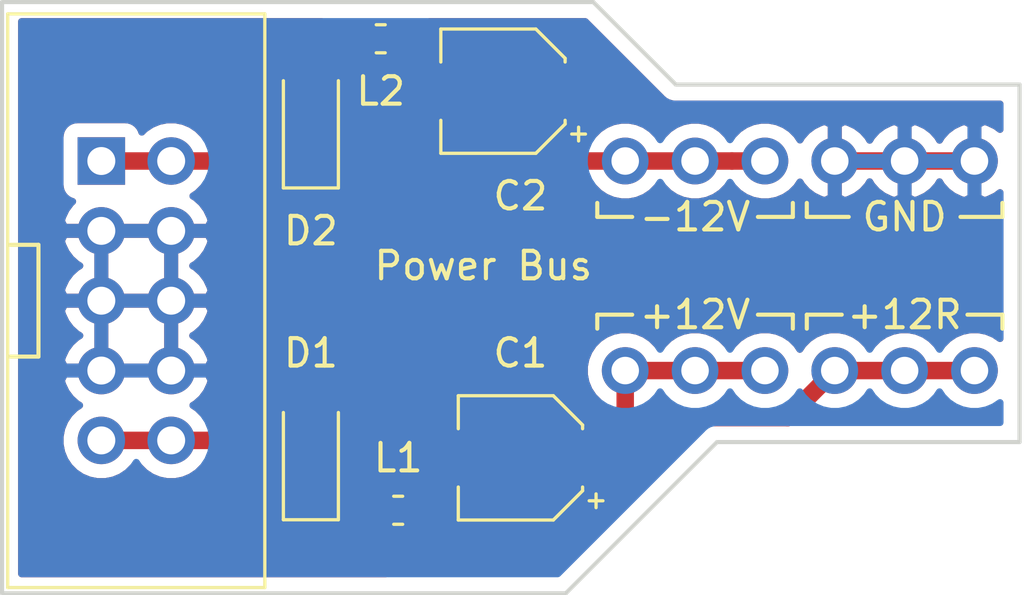
<source format=kicad_pcb>
(kicad_pcb (version 20171130) (host pcbnew "(5.1.9-0-10_14)")

  (general
    (thickness 1.6)
    (drawings 32)
    (tracks 31)
    (zones 0)
    (modules 9)
    (nets 8)
  )

  (page A4)
  (layers
    (0 F.Cu signal)
    (31 B.Cu signal)
    (32 B.Adhes user)
    (33 F.Adhes user)
    (34 B.Paste user)
    (35 F.Paste user)
    (36 B.SilkS user)
    (37 F.SilkS user)
    (38 B.Mask user)
    (39 F.Mask user)
    (40 Dwgs.User user)
    (41 Cmts.User user)
    (42 Eco1.User user)
    (43 Eco2.User user)
    (44 Edge.Cuts user)
    (45 Margin user)
    (46 B.CrtYd user hide)
    (47 F.CrtYd user hide)
    (48 B.Fab user hide)
    (49 F.Fab user hide)
  )

  (setup
    (last_trace_width 0.1524)
    (user_trace_width 0.1524)
    (user_trace_width 0.254)
    (user_trace_width 0.4064)
    (user_trace_width 0.635)
    (trace_clearance 0.1524)
    (zone_clearance 0.508)
    (zone_45_only no)
    (trace_min 0.1524)
    (via_size 0.6858)
    (via_drill 0.3048)
    (via_min_size 0.6858)
    (via_min_drill 0.3048)
    (uvia_size 0.3048)
    (uvia_drill 0.1524)
    (uvias_allowed no)
    (uvia_min_size 0.2)
    (uvia_min_drill 0.1)
    (edge_width 0.15)
    (segment_width 0.15)
    (pcb_text_width 0.3)
    (pcb_text_size 1.5 1.5)
    (mod_edge_width 0.15)
    (mod_text_size 1 1)
    (mod_text_width 0.15)
    (pad_size 1.7 1.7)
    (pad_drill 1)
    (pad_to_mask_clearance 0.2)
    (aux_axis_origin 0 0)
    (visible_elements FFFFFF7F)
    (pcbplotparams
      (layerselection 0x010fc_ffffffff)
      (usegerberextensions false)
      (usegerberattributes false)
      (usegerberadvancedattributes false)
      (creategerberjobfile false)
      (excludeedgelayer true)
      (linewidth 0.100000)
      (plotframeref false)
      (viasonmask false)
      (mode 1)
      (useauxorigin false)
      (hpglpennumber 1)
      (hpglpenspeed 20)
      (hpglpendiameter 15.000000)
      (psnegative false)
      (psa4output false)
      (plotreference true)
      (plotvalue true)
      (plotinvisibletext false)
      (padsonsilk false)
      (subtractmaskfromsilk false)
      (outputformat 1)
      (mirror false)
      (drillshape 1)
      (scaleselection 1)
      (outputdirectory ""))
  )

  (net 0 "")
  (net 1 +12V)
  (net 2 GND)
  (net 3 -12V)
  (net 4 +12R)
  (net 5 +12E)
  (net 6 "Net-(D2-Pad2)")
  (net 7 -12E)

  (net_class Default "This is the default net class."
    (clearance 0.1524)
    (trace_width 0.1524)
    (via_dia 0.6858)
    (via_drill 0.3048)
    (uvia_dia 0.3048)
    (uvia_drill 0.1524)
    (diff_pair_width 0.1524)
    (diff_pair_gap 0.1524)
    (add_net +12E)
    (add_net +12R)
    (add_net +12V)
    (add_net -12E)
    (add_net -12V)
    (add_net GND)
    (add_net "Net-(D2-Pad2)")
  )

  (module Connector_PinHeader_2.54mm:PinHeader_1x06_P2.54mm_Vertical (layer B.Cu) (tedit 5FE0E985) (tstamp 5FE0E9E4)
    (at 137.16 88.9 270)
    (descr "Through hole straight pin header, 1x06, 2.54mm pitch, single row")
    (tags "Through hole pin header THT 1x06 2.54mm single row")
    (path /5FD0BDC6)
    (fp_text reference J2 (at 0 2.33 270) (layer B.SilkS) hide
      (effects (font (size 1 1) (thickness 0.15)) (justify mirror))
    )
    (fp_text value POWER1 (at 0 -15.03 270) (layer B.Fab)
      (effects (font (size 1 1) (thickness 0.15)) (justify mirror))
    )
    (fp_line (start 1.8 1.8) (end -1.8 1.8) (layer B.CrtYd) (width 0.05))
    (fp_line (start 1.8 -14.5) (end 1.8 1.8) (layer B.CrtYd) (width 0.05))
    (fp_line (start -1.8 -14.5) (end 1.8 -14.5) (layer B.CrtYd) (width 0.05))
    (fp_line (start -1.8 1.8) (end -1.8 -14.5) (layer B.CrtYd) (width 0.05))
    (fp_line (start -1.27 0.635) (end -0.635 1.27) (layer B.Fab) (width 0.1))
    (fp_line (start -1.27 -13.97) (end -1.27 0.635) (layer B.Fab) (width 0.1))
    (fp_line (start 1.27 -13.97) (end -1.27 -13.97) (layer B.Fab) (width 0.1))
    (fp_line (start 1.27 1.27) (end 1.27 -13.97) (layer B.Fab) (width 0.1))
    (fp_line (start -0.635 1.27) (end 1.27 1.27) (layer B.Fab) (width 0.1))
    (fp_text user %R (at 0 -6.35 180) (layer B.Fab)
      (effects (font (size 1 1) (thickness 0.15)) (justify mirror))
    )
    (pad 1 thru_hole oval (at 0 0 270) (size 1.7 1.7) (drill 1) (layers *.Cu *.Mask)
      (net 1 +12V))
    (pad 2 thru_hole oval (at 0 -2.54 270) (size 1.7 1.7) (drill 1) (layers *.Cu *.Mask)
      (net 1 +12V))
    (pad 3 thru_hole oval (at 0 -5.08 270) (size 1.7 1.7) (drill 1) (layers *.Cu *.Mask)
      (net 1 +12V))
    (pad 4 thru_hole oval (at 0 -7.62 270) (size 1.7 1.7) (drill 1) (layers *.Cu *.Mask)
      (net 4 +12R))
    (pad 5 thru_hole oval (at 0 -10.16 270) (size 1.7 1.7) (drill 1) (layers *.Cu *.Mask)
      (net 4 +12R))
    (pad 6 thru_hole oval (at 0 -12.7 270) (size 1.7 1.7) (drill 1) (layers *.Cu *.Mask)
      (net 4 +12R))
    (model ${KISYS3DMOD}/Connector_PinHeader_2.54mm.3dshapes/PinHeader_1x06_P2.54mm_Vertical.wrl
      (at (xyz 0 0 0))
      (scale (xyz 1 1 1))
      (rotate (xyz 0 0 0))
    )
  )

  (module Connector_PinHeader_2.54mm:PinHeader_1x06_P2.54mm_Vertical (layer B.Cu) (tedit 5FE0E965) (tstamp 5FE0E9FD)
    (at 137.16 81.28 270)
    (descr "Through hole straight pin header, 1x06, 2.54mm pitch, single row")
    (tags "Through hole pin header THT 1x06 2.54mm single row")
    (path /5FE0F33D)
    (fp_text reference J3 (at 0 2.33 270) (layer B.SilkS) hide
      (effects (font (size 1 1) (thickness 0.15)) (justify mirror))
    )
    (fp_text value POWER2 (at 0 -15.03 270) (layer B.Fab)
      (effects (font (size 1 1) (thickness 0.15)) (justify mirror))
    )
    (fp_line (start -0.635 1.27) (end 1.27 1.27) (layer B.Fab) (width 0.1))
    (fp_line (start 1.27 1.27) (end 1.27 -13.97) (layer B.Fab) (width 0.1))
    (fp_line (start 1.27 -13.97) (end -1.27 -13.97) (layer B.Fab) (width 0.1))
    (fp_line (start -1.27 -13.97) (end -1.27 0.635) (layer B.Fab) (width 0.1))
    (fp_line (start -1.27 0.635) (end -0.635 1.27) (layer B.Fab) (width 0.1))
    (fp_line (start -1.8 1.8) (end -1.8 -14.5) (layer B.CrtYd) (width 0.05))
    (fp_line (start -1.8 -14.5) (end 1.8 -14.5) (layer B.CrtYd) (width 0.05))
    (fp_line (start 1.8 -14.5) (end 1.8 1.8) (layer B.CrtYd) (width 0.05))
    (fp_line (start 1.8 1.8) (end -1.8 1.8) (layer B.CrtYd) (width 0.05))
    (fp_text user %R (at 0 -6.35 180) (layer B.Fab)
      (effects (font (size 1 1) (thickness 0.15)) (justify mirror))
    )
    (pad 6 thru_hole oval (at 0 -12.7 270) (size 1.7 1.7) (drill 1) (layers *.Cu *.Mask)
      (net 2 GND))
    (pad 5 thru_hole oval (at 0 -10.16 270) (size 1.7 1.7) (drill 1) (layers *.Cu *.Mask)
      (net 2 GND))
    (pad 4 thru_hole oval (at 0 -7.62 270) (size 1.7 1.7) (drill 1) (layers *.Cu *.Mask)
      (net 2 GND))
    (pad 3 thru_hole oval (at 0 -5.08 270) (size 1.7 1.7) (drill 1) (layers *.Cu *.Mask)
      (net 3 -12V))
    (pad 2 thru_hole oval (at 0 -2.54 270) (size 1.7 1.7) (drill 1) (layers *.Cu *.Mask)
      (net 3 -12V))
    (pad 1 thru_hole oval (at 0 0 270) (size 1.7 1.7) (drill 1) (layers *.Cu *.Mask)
      (net 3 -12V))
    (model ${KISYS3DMOD}/Connector_PinHeader_2.54mm.3dshapes/PinHeader_1x06_P2.54mm_Vertical.wrl
      (at (xyz 0 0 0))
      (scale (xyz 1 1 1))
      (rotate (xyz 0 0 0))
    )
  )

  (module Connector_IDC:IDC-Header_2x05_P2.54mm_Vertical (layer F.Cu) (tedit 5FD0C137) (tstamp 5FD0D084)
    (at 118.11 81.28)
    (descr "Through hole straight IDC box header, 2x05, 2.54mm pitch, double rows")
    (tags "Through hole IDC box header THT 2x05 2.54mm double row")
    (path /5FCFE0AD)
    (fp_text reference J1 (at 1.27 -6.604) (layer F.SilkS) hide
      (effects (font (size 1 1) (thickness 0.15)))
    )
    (fp_text value "POWER BUS" (at 1.27 16.764) (layer F.Fab)
      (effects (font (size 1 1) (thickness 0.15)))
    )
    (fp_line (start -3.405 -5.35) (end 5.945 -5.35) (layer F.SilkS) (width 0.12))
    (fp_line (start -3.405 15.51) (end -3.405 -5.35) (layer F.SilkS) (width 0.12))
    (fp_line (start 5.945 15.51) (end -3.405 15.51) (layer F.SilkS) (width 0.12))
    (fp_line (start 5.945 -5.35) (end 5.945 15.51) (layer F.SilkS) (width 0.12))
    (fp_line (start -3.41 -5.35) (end 5.95 -5.35) (layer F.CrtYd) (width 0.05))
    (fp_line (start -3.41 15.51) (end -3.41 -5.35) (layer F.CrtYd) (width 0.05))
    (fp_line (start 5.95 15.51) (end -3.41 15.51) (layer F.CrtYd) (width 0.05))
    (fp_line (start 5.95 -5.35) (end 5.95 15.51) (layer F.CrtYd) (width 0.05))
    (fp_line (start -3.155 15.26) (end -2.605 14.7) (layer F.Fab) (width 0.1))
    (fp_line (start -3.155 -5.1) (end -2.605 -4.56) (layer F.Fab) (width 0.1))
    (fp_line (start 5.695 15.26) (end 5.145 14.7) (layer F.Fab) (width 0.1))
    (fp_line (start 5.695 -5.1) (end 5.145 -4.56) (layer F.Fab) (width 0.1))
    (fp_line (start 5.145 14.7) (end -2.605 14.7) (layer F.Fab) (width 0.1))
    (fp_line (start 5.695 15.26) (end -3.155 15.26) (layer F.Fab) (width 0.1))
    (fp_line (start 5.145 -4.56) (end -2.605 -4.56) (layer F.Fab) (width 0.1))
    (fp_line (start 5.695 -5.1) (end -3.155 -5.1) (layer F.Fab) (width 0.1))
    (fp_line (start -2.605 7.33) (end -3.155 7.33) (layer F.Fab) (width 0.1))
    (fp_line (start -2.605 2.83) (end -3.155 2.83) (layer F.Fab) (width 0.1))
    (fp_line (start -2.605 7.33) (end -2.605 14.7) (layer F.Fab) (width 0.1))
    (fp_line (start -2.605 -4.56) (end -2.605 2.83) (layer F.Fab) (width 0.1))
    (fp_line (start -3.155 -5.1) (end -3.155 15.26) (layer F.Fab) (width 0.1))
    (fp_line (start 5.145 -4.56) (end 5.145 14.7) (layer F.Fab) (width 0.1))
    (fp_line (start 5.695 -5.1) (end 5.695 15.26) (layer F.Fab) (width 0.1))
    (fp_text user %R (at 1.27 5.08) (layer F.Fab)
      (effects (font (size 1 1) (thickness 0.15)))
    )
    (pad 1 thru_hole rect (at 0 0) (size 1.7272 1.7272) (drill 1.016) (layers *.Cu *.Mask)
      (net 7 -12E))
    (pad 2 thru_hole oval (at 2.54 0) (size 1.7272 1.7272) (drill 1.016) (layers *.Cu *.Mask)
      (net 7 -12E))
    (pad 3 thru_hole oval (at 0 2.54) (size 1.7272 1.7272) (drill 1.016) (layers *.Cu *.Mask)
      (net 2 GND))
    (pad 4 thru_hole oval (at 2.54 2.54) (size 1.7272 1.7272) (drill 1.016) (layers *.Cu *.Mask)
      (net 2 GND))
    (pad 5 thru_hole oval (at 0 5.08) (size 1.7272 1.7272) (drill 1.016) (layers *.Cu *.Mask)
      (net 2 GND))
    (pad 6 thru_hole oval (at 2.54 5.08) (size 1.7272 1.7272) (drill 1.016) (layers *.Cu *.Mask)
      (net 2 GND))
    (pad 7 thru_hole oval (at 0 7.62) (size 1.7272 1.7272) (drill 1.016) (layers *.Cu *.Mask)
      (net 2 GND))
    (pad 8 thru_hole oval (at 2.54 7.62) (size 1.7272 1.7272) (drill 1.016) (layers *.Cu *.Mask)
      (net 2 GND))
    (pad 9 thru_hole oval (at 0 10.16) (size 1.7272 1.7272) (drill 1.016) (layers *.Cu *.Mask)
      (net 5 +12E))
    (pad 10 thru_hole oval (at 2.54 10.16) (size 1.7272 1.7272) (drill 1.016) (layers *.Cu *.Mask)
      (net 5 +12E))
    (model ${KISYS3DMOD}/Connector_IDC.3dshapes/IDC-Header_2x05_P2.54mm_Vertical.wrl
      (at (xyz 0 0 0))
      (scale (xyz 1 1 1))
      (rotate (xyz 0 0 0))
    )
  )

  (module Capacitor_SMD:CP_Elec_4x5.8 (layer F.Cu) (tedit 5B3026A2) (tstamp 5FD0DFF4)
    (at 133.35 92.075 180)
    (descr "SMT capacitor, aluminium electrolytic, 4x5.8, Panasonic ")
    (tags "Capacitor Electrolytic")
    (path /5FCFF4F5)
    (attr smd)
    (fp_text reference C1 (at 0 3.81) (layer F.SilkS)
      (effects (font (size 1 1) (thickness 0.15)))
    )
    (fp_text value 22u (at 0 3.2 180) (layer F.Fab)
      (effects (font (size 1 1) (thickness 0.15)))
    )
    (fp_line (start -3.35 1.05) (end -2.4 1.05) (layer F.CrtYd) (width 0.05))
    (fp_line (start -3.35 -1.05) (end -3.35 1.05) (layer F.CrtYd) (width 0.05))
    (fp_line (start -2.4 -1.05) (end -3.35 -1.05) (layer F.CrtYd) (width 0.05))
    (fp_line (start -2.4 1.05) (end -2.4 1.25) (layer F.CrtYd) (width 0.05))
    (fp_line (start -2.4 -1.25) (end -2.4 -1.05) (layer F.CrtYd) (width 0.05))
    (fp_line (start -2.4 -1.25) (end -1.25 -2.4) (layer F.CrtYd) (width 0.05))
    (fp_line (start -2.4 1.25) (end -1.25 2.4) (layer F.CrtYd) (width 0.05))
    (fp_line (start -1.25 -2.4) (end 2.4 -2.4) (layer F.CrtYd) (width 0.05))
    (fp_line (start -1.25 2.4) (end 2.4 2.4) (layer F.CrtYd) (width 0.05))
    (fp_line (start 2.4 1.05) (end 2.4 2.4) (layer F.CrtYd) (width 0.05))
    (fp_line (start 3.35 1.05) (end 2.4 1.05) (layer F.CrtYd) (width 0.05))
    (fp_line (start 3.35 -1.05) (end 3.35 1.05) (layer F.CrtYd) (width 0.05))
    (fp_line (start 2.4 -1.05) (end 3.35 -1.05) (layer F.CrtYd) (width 0.05))
    (fp_line (start 2.4 -2.4) (end 2.4 -1.05) (layer F.CrtYd) (width 0.05))
    (fp_line (start -2.75 -1.81) (end -2.75 -1.31) (layer F.SilkS) (width 0.12))
    (fp_line (start -3 -1.56) (end -2.5 -1.56) (layer F.SilkS) (width 0.12))
    (fp_line (start -2.26 1.195563) (end -1.195563 2.26) (layer F.SilkS) (width 0.12))
    (fp_line (start -2.26 -1.195563) (end -1.195563 -2.26) (layer F.SilkS) (width 0.12))
    (fp_line (start -2.26 -1.195563) (end -2.26 -1.06) (layer F.SilkS) (width 0.12))
    (fp_line (start -2.26 1.195563) (end -2.26 1.06) (layer F.SilkS) (width 0.12))
    (fp_line (start -1.195563 2.26) (end 2.26 2.26) (layer F.SilkS) (width 0.12))
    (fp_line (start -1.195563 -2.26) (end 2.26 -2.26) (layer F.SilkS) (width 0.12))
    (fp_line (start 2.26 -2.26) (end 2.26 -1.06) (layer F.SilkS) (width 0.12))
    (fp_line (start 2.26 2.26) (end 2.26 1.06) (layer F.SilkS) (width 0.12))
    (fp_line (start -1.374773 -1.2) (end -1.374773 -0.8) (layer F.Fab) (width 0.1))
    (fp_line (start -1.574773 -1) (end -1.174773 -1) (layer F.Fab) (width 0.1))
    (fp_line (start -2.15 1.15) (end -1.15 2.15) (layer F.Fab) (width 0.1))
    (fp_line (start -2.15 -1.15) (end -1.15 -2.15) (layer F.Fab) (width 0.1))
    (fp_line (start -2.15 -1.15) (end -2.15 1.15) (layer F.Fab) (width 0.1))
    (fp_line (start -1.15 2.15) (end 2.15 2.15) (layer F.Fab) (width 0.1))
    (fp_line (start -1.15 -2.15) (end 2.15 -2.15) (layer F.Fab) (width 0.1))
    (fp_line (start 2.15 -2.15) (end 2.15 2.15) (layer F.Fab) (width 0.1))
    (fp_circle (center 0 0) (end 2 0) (layer F.Fab) (width 0.1))
    (fp_text user %R (at 0 0 180) (layer F.Fab)
      (effects (font (size 0.8 0.8) (thickness 0.12)))
    )
    (pad 1 smd rect (at -1.8 0 180) (size 2.6 1.6) (layers F.Cu F.Paste F.Mask)
      (net 1 +12V))
    (pad 2 smd rect (at 1.8 0 180) (size 2.6 1.6) (layers F.Cu F.Paste F.Mask)
      (net 2 GND))
    (model ${KISYS3DMOD}/Capacitor_SMD.3dshapes/CP_Elec_4x5.8.wrl
      (at (xyz 0 0 0))
      (scale (xyz 1 1 1))
      (rotate (xyz 0 0 0))
    )
  )

  (module Capacitor_SMD:CP_Elec_4x5.8 (layer F.Cu) (tedit 5B3026A2) (tstamp 5FD0D02A)
    (at 132.715 78.74 180)
    (descr "SMT capacitor, aluminium electrolytic, 4x5.8, Panasonic ")
    (tags "Capacitor Electrolytic")
    (path /5FD0D04C)
    (attr smd)
    (fp_text reference C2 (at -0.635 -3.81) (layer F.SilkS)
      (effects (font (size 1 1) (thickness 0.15)))
    )
    (fp_text value 22u (at 0 3.2 180) (layer F.Fab)
      (effects (font (size 1 1) (thickness 0.15)))
    )
    (fp_circle (center 0 0) (end 2 0) (layer F.Fab) (width 0.1))
    (fp_line (start 2.15 -2.15) (end 2.15 2.15) (layer F.Fab) (width 0.1))
    (fp_line (start -1.15 -2.15) (end 2.15 -2.15) (layer F.Fab) (width 0.1))
    (fp_line (start -1.15 2.15) (end 2.15 2.15) (layer F.Fab) (width 0.1))
    (fp_line (start -2.15 -1.15) (end -2.15 1.15) (layer F.Fab) (width 0.1))
    (fp_line (start -2.15 -1.15) (end -1.15 -2.15) (layer F.Fab) (width 0.1))
    (fp_line (start -2.15 1.15) (end -1.15 2.15) (layer F.Fab) (width 0.1))
    (fp_line (start -1.574773 -1) (end -1.174773 -1) (layer F.Fab) (width 0.1))
    (fp_line (start -1.374773 -1.2) (end -1.374773 -0.8) (layer F.Fab) (width 0.1))
    (fp_line (start 2.26 2.26) (end 2.26 1.06) (layer F.SilkS) (width 0.12))
    (fp_line (start 2.26 -2.26) (end 2.26 -1.06) (layer F.SilkS) (width 0.12))
    (fp_line (start -1.195563 -2.26) (end 2.26 -2.26) (layer F.SilkS) (width 0.12))
    (fp_line (start -1.195563 2.26) (end 2.26 2.26) (layer F.SilkS) (width 0.12))
    (fp_line (start -2.26 1.195563) (end -2.26 1.06) (layer F.SilkS) (width 0.12))
    (fp_line (start -2.26 -1.195563) (end -2.26 -1.06) (layer F.SilkS) (width 0.12))
    (fp_line (start -2.26 -1.195563) (end -1.195563 -2.26) (layer F.SilkS) (width 0.12))
    (fp_line (start -2.26 1.195563) (end -1.195563 2.26) (layer F.SilkS) (width 0.12))
    (fp_line (start -3 -1.56) (end -2.5 -1.56) (layer F.SilkS) (width 0.12))
    (fp_line (start -2.75 -1.81) (end -2.75 -1.31) (layer F.SilkS) (width 0.12))
    (fp_line (start 2.4 -2.4) (end 2.4 -1.05) (layer F.CrtYd) (width 0.05))
    (fp_line (start 2.4 -1.05) (end 3.35 -1.05) (layer F.CrtYd) (width 0.05))
    (fp_line (start 3.35 -1.05) (end 3.35 1.05) (layer F.CrtYd) (width 0.05))
    (fp_line (start 3.35 1.05) (end 2.4 1.05) (layer F.CrtYd) (width 0.05))
    (fp_line (start 2.4 1.05) (end 2.4 2.4) (layer F.CrtYd) (width 0.05))
    (fp_line (start -1.25 2.4) (end 2.4 2.4) (layer F.CrtYd) (width 0.05))
    (fp_line (start -1.25 -2.4) (end 2.4 -2.4) (layer F.CrtYd) (width 0.05))
    (fp_line (start -2.4 1.25) (end -1.25 2.4) (layer F.CrtYd) (width 0.05))
    (fp_line (start -2.4 -1.25) (end -1.25 -2.4) (layer F.CrtYd) (width 0.05))
    (fp_line (start -2.4 -1.25) (end -2.4 -1.05) (layer F.CrtYd) (width 0.05))
    (fp_line (start -2.4 1.05) (end -2.4 1.25) (layer F.CrtYd) (width 0.05))
    (fp_line (start -2.4 -1.05) (end -3.35 -1.05) (layer F.CrtYd) (width 0.05))
    (fp_line (start -3.35 -1.05) (end -3.35 1.05) (layer F.CrtYd) (width 0.05))
    (fp_line (start -3.35 1.05) (end -2.4 1.05) (layer F.CrtYd) (width 0.05))
    (fp_text user %R (at 0 0 180) (layer F.Fab)
      (effects (font (size 0.8 0.8) (thickness 0.12)))
    )
    (pad 2 smd rect (at 1.8 0 180) (size 2.6 1.6) (layers F.Cu F.Paste F.Mask)
      (net 3 -12V))
    (pad 1 smd rect (at -1.8 0 180) (size 2.6 1.6) (layers F.Cu F.Paste F.Mask)
      (net 2 GND))
    (model ${KISYS3DMOD}/Capacitor_SMD.3dshapes/CP_Elec_4x5.8.wrl
      (at (xyz 0 0 0))
      (scale (xyz 1 1 1))
      (rotate (xyz 0 0 0))
    )
  )

  (module Diode_SMD:D_SOD-123 (layer F.Cu) (tedit 58645DC7) (tstamp 5FD0DF9D)
    (at 125.73 92.075 90)
    (descr SOD-123)
    (tags SOD-123)
    (path /5FCFEAAA)
    (attr smd)
    (fp_text reference D1 (at 3.81 0 180) (layer F.SilkS)
      (effects (font (size 1 1) (thickness 0.15)))
    )
    (fp_text value D_Schottky (at 0 2.1 90) (layer F.Fab)
      (effects (font (size 1 1) (thickness 0.15)))
    )
    (fp_line (start -2.25 -1) (end 1.65 -1) (layer F.SilkS) (width 0.12))
    (fp_line (start -2.25 1) (end 1.65 1) (layer F.SilkS) (width 0.12))
    (fp_line (start -2.35 -1.15) (end -2.35 1.15) (layer F.CrtYd) (width 0.05))
    (fp_line (start 2.35 1.15) (end -2.35 1.15) (layer F.CrtYd) (width 0.05))
    (fp_line (start 2.35 -1.15) (end 2.35 1.15) (layer F.CrtYd) (width 0.05))
    (fp_line (start -2.35 -1.15) (end 2.35 -1.15) (layer F.CrtYd) (width 0.05))
    (fp_line (start -1.4 -0.9) (end 1.4 -0.9) (layer F.Fab) (width 0.1))
    (fp_line (start 1.4 -0.9) (end 1.4 0.9) (layer F.Fab) (width 0.1))
    (fp_line (start 1.4 0.9) (end -1.4 0.9) (layer F.Fab) (width 0.1))
    (fp_line (start -1.4 0.9) (end -1.4 -0.9) (layer F.Fab) (width 0.1))
    (fp_line (start -0.75 0) (end -0.35 0) (layer F.Fab) (width 0.1))
    (fp_line (start -0.35 0) (end -0.35 -0.55) (layer F.Fab) (width 0.1))
    (fp_line (start -0.35 0) (end -0.35 0.55) (layer F.Fab) (width 0.1))
    (fp_line (start -0.35 0) (end 0.25 -0.4) (layer F.Fab) (width 0.1))
    (fp_line (start 0.25 -0.4) (end 0.25 0.4) (layer F.Fab) (width 0.1))
    (fp_line (start 0.25 0.4) (end -0.35 0) (layer F.Fab) (width 0.1))
    (fp_line (start 0.25 0) (end 0.75 0) (layer F.Fab) (width 0.1))
    (fp_line (start -2.25 -1) (end -2.25 1) (layer F.SilkS) (width 0.12))
    (fp_text user %R (at 0 -2 90) (layer F.Fab)
      (effects (font (size 1 1) (thickness 0.15)))
    )
    (pad 1 smd rect (at -1.65 0 90) (size 0.9 1.2) (layers F.Cu F.Paste F.Mask)
      (net 4 +12R))
    (pad 2 smd rect (at 1.65 0 90) (size 0.9 1.2) (layers F.Cu F.Paste F.Mask)
      (net 5 +12E))
    (model ${KISYS3DMOD}/Diode_SMD.3dshapes/D_SOD-123.wrl
      (at (xyz 0 0 0))
      (scale (xyz 1 1 1))
      (rotate (xyz 0 0 0))
    )
  )

  (module Diode_SMD:D_SOD-123 (layer F.Cu) (tedit 58645DC7) (tstamp 5FD0D05C)
    (at 125.73 80.01 90)
    (descr SOD-123)
    (tags SOD-123)
    (path /5FCFF182)
    (attr smd)
    (fp_text reference D2 (at -3.81 0 180) (layer F.SilkS)
      (effects (font (size 1 1) (thickness 0.15)))
    )
    (fp_text value D_Schottky (at 0 2.1 90) (layer F.Fab)
      (effects (font (size 1 1) (thickness 0.15)))
    )
    (fp_line (start -2.25 -1) (end -2.25 1) (layer F.SilkS) (width 0.12))
    (fp_line (start 0.25 0) (end 0.75 0) (layer F.Fab) (width 0.1))
    (fp_line (start 0.25 0.4) (end -0.35 0) (layer F.Fab) (width 0.1))
    (fp_line (start 0.25 -0.4) (end 0.25 0.4) (layer F.Fab) (width 0.1))
    (fp_line (start -0.35 0) (end 0.25 -0.4) (layer F.Fab) (width 0.1))
    (fp_line (start -0.35 0) (end -0.35 0.55) (layer F.Fab) (width 0.1))
    (fp_line (start -0.35 0) (end -0.35 -0.55) (layer F.Fab) (width 0.1))
    (fp_line (start -0.75 0) (end -0.35 0) (layer F.Fab) (width 0.1))
    (fp_line (start -1.4 0.9) (end -1.4 -0.9) (layer F.Fab) (width 0.1))
    (fp_line (start 1.4 0.9) (end -1.4 0.9) (layer F.Fab) (width 0.1))
    (fp_line (start 1.4 -0.9) (end 1.4 0.9) (layer F.Fab) (width 0.1))
    (fp_line (start -1.4 -0.9) (end 1.4 -0.9) (layer F.Fab) (width 0.1))
    (fp_line (start -2.35 -1.15) (end 2.35 -1.15) (layer F.CrtYd) (width 0.05))
    (fp_line (start 2.35 -1.15) (end 2.35 1.15) (layer F.CrtYd) (width 0.05))
    (fp_line (start 2.35 1.15) (end -2.35 1.15) (layer F.CrtYd) (width 0.05))
    (fp_line (start -2.35 -1.15) (end -2.35 1.15) (layer F.CrtYd) (width 0.05))
    (fp_line (start -2.25 1) (end 1.65 1) (layer F.SilkS) (width 0.12))
    (fp_line (start -2.25 -1) (end 1.65 -1) (layer F.SilkS) (width 0.12))
    (fp_text user %R (at 0 -2 90) (layer F.Fab)
      (effects (font (size 1 1) (thickness 0.15)))
    )
    (pad 2 smd rect (at 1.65 0 90) (size 0.9 1.2) (layers F.Cu F.Paste F.Mask)
      (net 6 "Net-(D2-Pad2)"))
    (pad 1 smd rect (at -1.65 0 90) (size 0.9 1.2) (layers F.Cu F.Paste F.Mask)
      (net 7 -12E))
    (model ${KISYS3DMOD}/Diode_SMD.3dshapes/D_SOD-123.wrl
      (at (xyz 0 0 0))
      (scale (xyz 1 1 1))
      (rotate (xyz 0 0 0))
    )
  )

  (module Inductor_SMD:L_0603_1608Metric (layer F.Cu) (tedit 5B301BBE) (tstamp 5FD0E052)
    (at 128.905 93.98 180)
    (descr "Inductor SMD 0603 (1608 Metric), square (rectangular) end terminal, IPC_7351 nominal, (Body size source: http://www.tortai-tech.com/upload/download/2011102023233369053.pdf), generated with kicad-footprint-generator")
    (tags inductor)
    (path /5FCFE7A2)
    (attr smd)
    (fp_text reference L1 (at 0 1.905 180) (layer F.SilkS)
      (effects (font (size 1 1) (thickness 0.15)))
    )
    (fp_text value Ferrite_Bead (at 0 1.43 180) (layer F.Fab)
      (effects (font (size 1 1) (thickness 0.15)))
    )
    (fp_line (start 1.48 0.73) (end -1.48 0.73) (layer F.CrtYd) (width 0.05))
    (fp_line (start 1.48 -0.73) (end 1.48 0.73) (layer F.CrtYd) (width 0.05))
    (fp_line (start -1.48 -0.73) (end 1.48 -0.73) (layer F.CrtYd) (width 0.05))
    (fp_line (start -1.48 0.73) (end -1.48 -0.73) (layer F.CrtYd) (width 0.05))
    (fp_line (start -0.162779 0.51) (end 0.162779 0.51) (layer F.SilkS) (width 0.12))
    (fp_line (start -0.162779 -0.51) (end 0.162779 -0.51) (layer F.SilkS) (width 0.12))
    (fp_line (start 0.8 0.4) (end -0.8 0.4) (layer F.Fab) (width 0.1))
    (fp_line (start 0.8 -0.4) (end 0.8 0.4) (layer F.Fab) (width 0.1))
    (fp_line (start -0.8 -0.4) (end 0.8 -0.4) (layer F.Fab) (width 0.1))
    (fp_line (start -0.8 0.4) (end -0.8 -0.4) (layer F.Fab) (width 0.1))
    (fp_text user %R (at 0 0 180) (layer F.Fab)
      (effects (font (size 0.4 0.4) (thickness 0.06)))
    )
    (pad 1 smd roundrect (at -0.7875 0 180) (size 0.875 0.95) (layers F.Cu F.Paste F.Mask) (roundrect_rratio 0.25)
      (net 1 +12V))
    (pad 2 smd roundrect (at 0.7875 0 180) (size 0.875 0.95) (layers F.Cu F.Paste F.Mask) (roundrect_rratio 0.25)
      (net 4 +12R))
    (model ${KISYS3DMOD}/Inductor_SMD.3dshapes/L_0603_1608Metric.wrl
      (at (xyz 0 0 0))
      (scale (xyz 1 1 1))
      (rotate (xyz 0 0 0))
    )
  )

  (module Inductor_SMD:L_0603_1608Metric (layer F.Cu) (tedit 5B301BBE) (tstamp 5FD0D0DE)
    (at 128.27 76.835 180)
    (descr "Inductor SMD 0603 (1608 Metric), square (rectangular) end terminal, IPC_7351 nominal, (Body size source: http://www.tortai-tech.com/upload/download/2011102023233369053.pdf), generated with kicad-footprint-generator")
    (tags inductor)
    (path /5FCFF328)
    (attr smd)
    (fp_text reference L2 (at 0 -1.905 180) (layer F.SilkS)
      (effects (font (size 1 1) (thickness 0.15)))
    )
    (fp_text value Ferrite_Bead (at 0 1.43 180) (layer F.Fab)
      (effects (font (size 1 1) (thickness 0.15)))
    )
    (fp_line (start -0.8 0.4) (end -0.8 -0.4) (layer F.Fab) (width 0.1))
    (fp_line (start -0.8 -0.4) (end 0.8 -0.4) (layer F.Fab) (width 0.1))
    (fp_line (start 0.8 -0.4) (end 0.8 0.4) (layer F.Fab) (width 0.1))
    (fp_line (start 0.8 0.4) (end -0.8 0.4) (layer F.Fab) (width 0.1))
    (fp_line (start -0.162779 -0.51) (end 0.162779 -0.51) (layer F.SilkS) (width 0.12))
    (fp_line (start -0.162779 0.51) (end 0.162779 0.51) (layer F.SilkS) (width 0.12))
    (fp_line (start -1.48 0.73) (end -1.48 -0.73) (layer F.CrtYd) (width 0.05))
    (fp_line (start -1.48 -0.73) (end 1.48 -0.73) (layer F.CrtYd) (width 0.05))
    (fp_line (start 1.48 -0.73) (end 1.48 0.73) (layer F.CrtYd) (width 0.05))
    (fp_line (start 1.48 0.73) (end -1.48 0.73) (layer F.CrtYd) (width 0.05))
    (fp_text user %R (at 0 0 180) (layer F.Fab)
      (effects (font (size 0.4 0.4) (thickness 0.06)))
    )
    (pad 2 smd roundrect (at 0.7875 0 180) (size 0.875 0.95) (layers F.Cu F.Paste F.Mask) (roundrect_rratio 0.25)
      (net 6 "Net-(D2-Pad2)"))
    (pad 1 smd roundrect (at -0.7875 0 180) (size 0.875 0.95) (layers F.Cu F.Paste F.Mask) (roundrect_rratio 0.25)
      (net 3 -12V))
    (model ${KISYS3DMOD}/Inductor_SMD.3dshapes/L_0603_1608Metric.wrl
      (at (xyz 0 0 0))
      (scale (xyz 1 1 1))
      (rotate (xyz 0 0 0))
    )
  )

  (gr_line (start 149.606 86.868) (end 150.876 86.868) (layer F.SilkS) (width 0.15))
  (gr_line (start 143.764 86.868) (end 145.034 86.868) (layer F.SilkS) (width 0.15))
  (gr_line (start 141.986 86.868) (end 143.256 86.868) (layer F.SilkS) (width 0.15))
  (gr_line (start 136.144 86.868) (end 137.414 86.868) (layer F.SilkS) (width 0.15))
  (gr_line (start 141.986 83.312) (end 143.256 83.312) (layer F.SilkS) (width 0.15))
  (gr_line (start 136.144 83.312) (end 137.414 83.312) (layer F.SilkS) (width 0.15))
  (gr_line (start 150.876 86.868) (end 150.876 87.376) (layer F.SilkS) (width 0.15))
  (gr_line (start 143.764 87.376) (end 143.764 86.868) (layer F.SilkS) (width 0.15))
  (gr_line (start 143.256 86.868) (end 143.256 87.376) (layer F.SilkS) (width 0.15))
  (gr_line (start 136.144 87.376) (end 136.144 86.868) (layer F.SilkS) (width 0.15))
  (gr_line (start 150.876 83.312) (end 150.876 82.804) (layer F.SilkS) (width 0.15))
  (gr_line (start 149.352 83.312) (end 150.876 83.312) (layer F.SilkS) (width 0.15))
  (gr_line (start 143.764 83.312) (end 145.288 83.312) (layer F.SilkS) (width 0.15))
  (gr_line (start 143.764 82.804) (end 143.764 83.312) (layer F.SilkS) (width 0.15))
  (gr_line (start 143.256 83.312) (end 143.256 82.804) (layer F.SilkS) (width 0.15))
  (gr_line (start 136.144 82.804) (end 136.144 83.312) (layer F.SilkS) (width 0.15))
  (gr_text +12R (at 147.32 86.868) (layer F.SilkS) (tstamp 5FE0EA5D)
    (effects (font (size 1 1) (thickness 0.15)))
  )
  (gr_text +12V (at 139.7 86.868) (layer F.SilkS) (tstamp 5FE0EA59)
    (effects (font (size 1 1) (thickness 0.15)))
  )
  (gr_text GND (at 147.32 83.312) (layer F.SilkS) (tstamp 5FE0EA55)
    (effects (font (size 1 1) (thickness 0.15)))
  )
  (gr_text -12V (at 139.7 83.312) (layer F.SilkS)
    (effects (font (size 1 1) (thickness 0.15)))
  )
  (gr_text "Power Bus" (at 132 85.09) (layer F.SilkS) (tstamp 5FD0FBB0)
    (effects (font (size 1 1) (thickness 0.15)))
  )
  (gr_line (start 135 97) (end 140.5 91.5) (layer Edge.Cuts) (width 0.15))
  (gr_line (start 114.5 97) (end 114.5 75.5) (layer Edge.Cuts) (width 0.15))
  (gr_line (start 135 97) (end 114.5 97) (layer Edge.Cuts) (width 0.15))
  (gr_line (start 151.5 91.5) (end 140.5 91.5) (layer Edge.Cuts) (width 0.15))
  (gr_line (start 151.5 78.5) (end 151.5 91.5) (layer Edge.Cuts) (width 0.15))
  (gr_line (start 139 78.5) (end 151.5 78.5) (layer Edge.Cuts) (width 0.15))
  (gr_line (start 136 75.5) (end 139 78.5) (layer Edge.Cuts) (width 0.15))
  (gr_line (start 114.5 75.5) (end 136 75.5) (layer Edge.Cuts) (width 0.15))
  (gr_line (start 115.824 88.392) (end 114.808 88.392) (layer F.SilkS) (width 0.15))
  (gr_line (start 115.824 84.328) (end 115.824 88.392) (layer F.SilkS) (width 0.15))
  (gr_line (start 114.808 84.328) (end 115.824 84.328) (layer F.SilkS) (width 0.15))

  (segment (start 136.255 92.075) (end 135.15 92.075) (width 0.635) (layer F.Cu) (net 1))
  (segment (start 137.16 91.17) (end 136.255 92.075) (width 0.635) (layer F.Cu) (net 1))
  (segment (start 137.16 88.9) (end 137.16 91.17) (width 0.635) (layer F.Cu) (net 1))
  (segment (start 135.15 93.51) (end 135.15 92.075) (width 0.635) (layer F.Cu) (net 1))
  (segment (start 134.68 93.98) (end 135.15 93.51) (width 0.635) (layer F.Cu) (net 1))
  (segment (start 129.6925 93.98) (end 134.68 93.98) (width 0.635) (layer F.Cu) (net 1))
  (segment (start 137.16 88.9) (end 142.24 88.9) (width 0.635) (layer F.Cu) (net 1))
  (segment (start 144.78 81.28) (end 149.86 81.28) (width 0.635) (layer F.Cu) (net 2))
  (segment (start 129.0575 76.8825) (end 130.915 78.74) (width 0.635) (layer F.Cu) (net 3))
  (segment (start 129.0575 76.835) (end 129.0575 76.8825) (width 0.635) (layer F.Cu) (net 3))
  (segment (start 141.037919 81.28) (end 142.24 81.28) (width 0.635) (layer F.Cu) (net 3))
  (segment (start 132.02 81.28) (end 141.037919 81.28) (width 0.635) (layer F.Cu) (net 3))
  (segment (start 130.915 80.175) (end 132.02 81.28) (width 0.635) (layer F.Cu) (net 3))
  (segment (start 130.915 78.74) (end 130.915 80.175) (width 0.635) (layer F.Cu) (net 3))
  (segment (start 125.985 93.98) (end 125.73 93.725) (width 0.635) (layer F.Cu) (net 4))
  (segment (start 128.1175 93.98) (end 125.985 93.98) (width 0.635) (layer F.Cu) (net 4))
  (segment (start 128.1175 93.98) (end 128.1175 94.6275) (width 0.635) (layer F.Cu) (net 4))
  (segment (start 129 95.51) (end 134.9 95.51) (width 0.635) (layer F.Cu) (net 4))
  (segment (start 134.9 95.51) (end 139.8 90.61) (width 0.635) (layer F.Cu) (net 4))
  (segment (start 128.1175 94.6275) (end 129 95.51) (width 0.635) (layer F.Cu) (net 4))
  (segment (start 144.78 88.9) (end 149.86 88.9) (width 0.635) (layer F.Cu) (net 4))
  (segment (start 143.07 90.61) (end 144.78 88.9) (width 0.635) (layer F.Cu) (net 4))
  (segment (start 139.8 90.61) (end 143.07 90.61) (width 0.635) (layer F.Cu) (net 4))
  (segment (start 124.715 91.44) (end 125.73 90.425) (width 0.635) (layer F.Cu) (net 5))
  (segment (start 118.11 91.44) (end 124.715 91.44) (width 0.635) (layer F.Cu) (net 5))
  (segment (start 125.73 77.95) (end 125.73 78.36) (width 0.635) (layer F.Cu) (net 6))
  (segment (start 126.845 76.835) (end 125.73 77.95) (width 0.635) (layer F.Cu) (net 6))
  (segment (start 127.4825 76.835) (end 126.845 76.835) (width 0.635) (layer F.Cu) (net 6))
  (segment (start 118.11 81.28) (end 120.65 81.28) (width 0.635) (layer F.Cu) (net 7))
  (segment (start 125.35 81.28) (end 125.73 81.66) (width 0.635) (layer F.Cu) (net 7))
  (segment (start 120.65 81.28) (end 125.35 81.28) (width 0.635) (layer F.Cu) (net 7))

  (zone (net 2) (net_name GND) (layer F.Cu) (tstamp 0) (hatch edge 0.508)
    (connect_pads (clearance 0.508))
    (min_thickness 0.254)
    (fill yes (arc_segments 16) (thermal_gap 0.508) (thermal_bridge_width 0.508))
    (polygon
      (pts
        (xy 114.5 75.5) (xy 136 75.5) (xy 139 78.5) (xy 151.5 78.5) (xy 151.5 91.5)
        (xy 140.5 91.5) (xy 135 97) (xy 114.5 97)
      )
    )
    (filled_polygon
      (pts
        (xy 125.089569 77.243393) (xy 125.053222 77.273222) (xy 125.047626 77.280041) (xy 125.005518 77.284188) (xy 124.88582 77.320498)
        (xy 124.775506 77.379463) (xy 124.678815 77.458815) (xy 124.599463 77.555506) (xy 124.540498 77.66582) (xy 124.504188 77.785518)
        (xy 124.491928 77.91) (xy 124.491928 78.81) (xy 124.504188 78.934482) (xy 124.540498 79.05418) (xy 124.599463 79.164494)
        (xy 124.678815 79.261185) (xy 124.775506 79.340537) (xy 124.88582 79.399502) (xy 125.005518 79.435812) (xy 125.13 79.448072)
        (xy 126.33 79.448072) (xy 126.454482 79.435812) (xy 126.57418 79.399502) (xy 126.684494 79.340537) (xy 126.781185 79.261185)
        (xy 126.860537 79.164494) (xy 126.919502 79.05418) (xy 126.955812 78.934482) (xy 126.968072 78.81) (xy 126.968072 78.058967)
        (xy 127.095701 77.931338) (xy 127.096592 77.931608) (xy 127.26375 77.948072) (xy 127.70125 77.948072) (xy 127.868408 77.931608)
        (xy 128.029142 77.88285) (xy 128.177275 77.803671) (xy 128.27 77.727574) (xy 128.362725 77.803671) (xy 128.510858 77.88285)
        (xy 128.671592 77.931608) (xy 128.769182 77.94122) (xy 128.976928 78.148966) (xy 128.976928 79.54) (xy 128.989188 79.664482)
        (xy 129.025498 79.78418) (xy 129.084463 79.894494) (xy 129.163815 79.991185) (xy 129.260506 80.070537) (xy 129.37082 80.129502)
        (xy 129.490518 80.165812) (xy 129.615 80.178072) (xy 129.958195 80.178072) (xy 129.976283 80.361722) (xy 130.030749 80.541269)
        (xy 130.119194 80.70674) (xy 130.161931 80.758815) (xy 130.238223 80.851778) (xy 130.274564 80.881602) (xy 131.313397 81.920436)
        (xy 131.343222 81.956778) (xy 131.488259 82.075806) (xy 131.653731 82.164252) (xy 131.833277 82.218717) (xy 132.02 82.237108)
        (xy 132.066785 82.2325) (xy 136.012393 82.2325) (xy 136.213368 82.433475) (xy 136.456589 82.59599) (xy 136.726842 82.707932)
        (xy 137.01374 82.765) (xy 137.30626 82.765) (xy 137.593158 82.707932) (xy 137.863411 82.59599) (xy 138.106632 82.433475)
        (xy 138.307607 82.2325) (xy 138.552393 82.2325) (xy 138.753368 82.433475) (xy 138.996589 82.59599) (xy 139.266842 82.707932)
        (xy 139.55374 82.765) (xy 139.84626 82.765) (xy 140.133158 82.707932) (xy 140.403411 82.59599) (xy 140.646632 82.433475)
        (xy 140.847607 82.2325) (xy 141.092393 82.2325) (xy 141.293368 82.433475) (xy 141.536589 82.59599) (xy 141.806842 82.707932)
        (xy 142.09374 82.765) (xy 142.38626 82.765) (xy 142.673158 82.707932) (xy 142.943411 82.59599) (xy 143.186632 82.433475)
        (xy 143.393475 82.226632) (xy 143.515195 82.044466) (xy 143.584822 82.161355) (xy 143.779731 82.377588) (xy 144.01308 82.551641)
        (xy 144.275901 82.676825) (xy 144.42311 82.721476) (xy 144.653 82.600155) (xy 144.653 81.407) (xy 144.907 81.407)
        (xy 144.907 82.600155) (xy 145.13689 82.721476) (xy 145.284099 82.676825) (xy 145.54692 82.551641) (xy 145.780269 82.377588)
        (xy 145.975178 82.161355) (xy 146.05 82.035745) (xy 146.124822 82.161355) (xy 146.319731 82.377588) (xy 146.55308 82.551641)
        (xy 146.815901 82.676825) (xy 146.96311 82.721476) (xy 147.193 82.600155) (xy 147.193 81.407) (xy 147.447 81.407)
        (xy 147.447 82.600155) (xy 147.67689 82.721476) (xy 147.824099 82.676825) (xy 148.08692 82.551641) (xy 148.320269 82.377588)
        (xy 148.515178 82.161355) (xy 148.59 82.035745) (xy 148.664822 82.161355) (xy 148.859731 82.377588) (xy 149.09308 82.551641)
        (xy 149.355901 82.676825) (xy 149.50311 82.721476) (xy 149.733 82.600155) (xy 149.733 81.407) (xy 147.447 81.407)
        (xy 147.193 81.407) (xy 144.907 81.407) (xy 144.653 81.407) (xy 144.633 81.407) (xy 144.633 81.153)
        (xy 144.653 81.153) (xy 144.653 79.959845) (xy 144.907 79.959845) (xy 144.907 81.153) (xy 147.193 81.153)
        (xy 147.193 79.959845) (xy 147.447 79.959845) (xy 147.447 81.153) (xy 149.733 81.153) (xy 149.733 79.959845)
        (xy 149.50311 79.838524) (xy 149.355901 79.883175) (xy 149.09308 80.008359) (xy 148.859731 80.182412) (xy 148.664822 80.398645)
        (xy 148.59 80.524255) (xy 148.515178 80.398645) (xy 148.320269 80.182412) (xy 148.08692 80.008359) (xy 147.824099 79.883175)
        (xy 147.67689 79.838524) (xy 147.447 79.959845) (xy 147.193 79.959845) (xy 146.96311 79.838524) (xy 146.815901 79.883175)
        (xy 146.55308 80.008359) (xy 146.319731 80.182412) (xy 146.124822 80.398645) (xy 146.05 80.524255) (xy 145.975178 80.398645)
        (xy 145.780269 80.182412) (xy 145.54692 80.008359) (xy 145.284099 79.883175) (xy 145.13689 79.838524) (xy 144.907 79.959845)
        (xy 144.653 79.959845) (xy 144.42311 79.838524) (xy 144.275901 79.883175) (xy 144.01308 80.008359) (xy 143.779731 80.182412)
        (xy 143.584822 80.398645) (xy 143.515195 80.515534) (xy 143.393475 80.333368) (xy 143.186632 80.126525) (xy 142.943411 79.96401)
        (xy 142.673158 79.852068) (xy 142.38626 79.795) (xy 142.09374 79.795) (xy 141.806842 79.852068) (xy 141.536589 79.96401)
        (xy 141.293368 80.126525) (xy 141.092393 80.3275) (xy 140.847607 80.3275) (xy 140.646632 80.126525) (xy 140.403411 79.96401)
        (xy 140.133158 79.852068) (xy 139.84626 79.795) (xy 139.55374 79.795) (xy 139.266842 79.852068) (xy 138.996589 79.96401)
        (xy 138.753368 80.126525) (xy 138.552393 80.3275) (xy 138.307607 80.3275) (xy 138.106632 80.126525) (xy 137.863411 79.96401)
        (xy 137.593158 79.852068) (xy 137.30626 79.795) (xy 137.01374 79.795) (xy 136.726842 79.852068) (xy 136.456589 79.96401)
        (xy 136.213368 80.126525) (xy 136.012393 80.3275) (xy 132.414539 80.3275) (xy 132.260618 80.173579) (xy 132.339482 80.165812)
        (xy 132.45918 80.129502) (xy 132.569494 80.070537) (xy 132.666185 79.991185) (xy 132.715 79.931704) (xy 132.763815 79.991185)
        (xy 132.860506 80.070537) (xy 132.97082 80.129502) (xy 133.090518 80.165812) (xy 133.215 80.178072) (xy 134.22925 80.175)
        (xy 134.388 80.01625) (xy 134.388 78.867) (xy 134.642 78.867) (xy 134.642 80.01625) (xy 134.80075 80.175)
        (xy 135.815 80.178072) (xy 135.939482 80.165812) (xy 136.05918 80.129502) (xy 136.169494 80.070537) (xy 136.266185 79.991185)
        (xy 136.345537 79.894494) (xy 136.404502 79.78418) (xy 136.440812 79.664482) (xy 136.453072 79.54) (xy 136.45 79.02575)
        (xy 136.29125 78.867) (xy 134.642 78.867) (xy 134.388 78.867) (xy 134.368 78.867) (xy 134.368 78.613)
        (xy 134.388 78.613) (xy 134.388 77.46375) (xy 134.642 77.46375) (xy 134.642 78.613) (xy 136.29125 78.613)
        (xy 136.45 78.45425) (xy 136.453072 77.94) (xy 136.440812 77.815518) (xy 136.404502 77.69582) (xy 136.345537 77.585506)
        (xy 136.266185 77.488815) (xy 136.169494 77.409463) (xy 136.05918 77.350498) (xy 135.939482 77.314188) (xy 135.815 77.301928)
        (xy 134.80075 77.305) (xy 134.642 77.46375) (xy 134.388 77.46375) (xy 134.22925 77.305) (xy 133.215 77.301928)
        (xy 133.090518 77.314188) (xy 132.97082 77.350498) (xy 132.860506 77.409463) (xy 132.763815 77.488815) (xy 132.715 77.548296)
        (xy 132.666185 77.488815) (xy 132.569494 77.409463) (xy 132.45918 77.350498) (xy 132.339482 77.314188) (xy 132.215 77.301928)
        (xy 130.823967 77.301928) (xy 130.133072 76.611034) (xy 130.133072 76.57875) (xy 130.116608 76.411592) (xy 130.06785 76.250858)
        (xy 130.046011 76.21) (xy 135.705909 76.21) (xy 138.473288 78.977379) (xy 138.495525 79.004475) (xy 138.603637 79.0932)
        (xy 138.72698 79.159128) (xy 138.860816 79.199727) (xy 138.965123 79.21) (xy 138.965125 79.21) (xy 139 79.213435)
        (xy 139.034875 79.21) (xy 150.79 79.21) (xy 150.79 80.129999) (xy 150.62692 80.008359) (xy 150.364099 79.883175)
        (xy 150.21689 79.838524) (xy 149.987 79.959845) (xy 149.987 81.153) (xy 150.007 81.153) (xy 150.007 81.407)
        (xy 149.987 81.407) (xy 149.987 82.600155) (xy 150.21689 82.721476) (xy 150.364099 82.676825) (xy 150.62692 82.551641)
        (xy 150.79 82.430001) (xy 150.790001 87.735412) (xy 150.563411 87.58401) (xy 150.293158 87.472068) (xy 150.00626 87.415)
        (xy 149.71374 87.415) (xy 149.426842 87.472068) (xy 149.156589 87.58401) (xy 148.913368 87.746525) (xy 148.712393 87.9475)
        (xy 148.467607 87.9475) (xy 148.266632 87.746525) (xy 148.023411 87.58401) (xy 147.753158 87.472068) (xy 147.46626 87.415)
        (xy 147.17374 87.415) (xy 146.886842 87.472068) (xy 146.616589 87.58401) (xy 146.373368 87.746525) (xy 146.172393 87.9475)
        (xy 145.927607 87.9475) (xy 145.726632 87.746525) (xy 145.483411 87.58401) (xy 145.213158 87.472068) (xy 144.92626 87.415)
        (xy 144.63374 87.415) (xy 144.346842 87.472068) (xy 144.076589 87.58401) (xy 143.833368 87.746525) (xy 143.626525 87.953368)
        (xy 143.51 88.12776) (xy 143.393475 87.953368) (xy 143.186632 87.746525) (xy 142.943411 87.58401) (xy 142.673158 87.472068)
        (xy 142.38626 87.415) (xy 142.09374 87.415) (xy 141.806842 87.472068) (xy 141.536589 87.58401) (xy 141.293368 87.746525)
        (xy 141.092393 87.9475) (xy 140.847607 87.9475) (xy 140.646632 87.746525) (xy 140.403411 87.58401) (xy 140.133158 87.472068)
        (xy 139.84626 87.415) (xy 139.55374 87.415) (xy 139.266842 87.472068) (xy 138.996589 87.58401) (xy 138.753368 87.746525)
        (xy 138.552393 87.9475) (xy 138.307607 87.9475) (xy 138.106632 87.746525) (xy 137.863411 87.58401) (xy 137.593158 87.472068)
        (xy 137.30626 87.415) (xy 137.01374 87.415) (xy 136.726842 87.472068) (xy 136.456589 87.58401) (xy 136.213368 87.746525)
        (xy 136.006525 87.953368) (xy 135.84401 88.196589) (xy 135.732068 88.466842) (xy 135.675 88.75374) (xy 135.675 89.04626)
        (xy 135.732068 89.333158) (xy 135.84401 89.603411) (xy 136.006525 89.846632) (xy 136.207501 90.047608) (xy 136.207501 90.636928)
        (xy 133.85 90.636928) (xy 133.725518 90.649188) (xy 133.60582 90.685498) (xy 133.495506 90.744463) (xy 133.398815 90.823815)
        (xy 133.35 90.883296) (xy 133.301185 90.823815) (xy 133.204494 90.744463) (xy 133.09418 90.685498) (xy 132.974482 90.649188)
        (xy 132.85 90.636928) (xy 131.83575 90.64) (xy 131.677 90.79875) (xy 131.677 91.948) (xy 131.697 91.948)
        (xy 131.697 92.202) (xy 131.677 92.202) (xy 131.677 92.222) (xy 131.423 92.222) (xy 131.423 92.202)
        (xy 129.77375 92.202) (xy 129.615 92.36075) (xy 129.611976 92.866928) (xy 129.47375 92.866928) (xy 129.306592 92.883392)
        (xy 129.145858 92.93215) (xy 128.997725 93.011329) (xy 128.905 93.087426) (xy 128.812275 93.011329) (xy 128.664142 92.93215)
        (xy 128.503408 92.883392) (xy 128.33625 92.866928) (xy 127.89875 92.866928) (xy 127.731592 92.883392) (xy 127.570858 92.93215)
        (xy 127.422725 93.011329) (xy 127.40302 93.0275) (xy 126.917727 93.0275) (xy 126.860537 92.920506) (xy 126.781185 92.823815)
        (xy 126.684494 92.744463) (xy 126.57418 92.685498) (xy 126.454482 92.649188) (xy 126.33 92.636928) (xy 125.13 92.636928)
        (xy 125.005518 92.649188) (xy 124.88582 92.685498) (xy 124.775506 92.744463) (xy 124.678815 92.823815) (xy 124.599463 92.920506)
        (xy 124.540498 93.03082) (xy 124.504188 93.150518) (xy 124.491928 93.275) (xy 124.491928 94.175) (xy 124.504188 94.299482)
        (xy 124.540498 94.41918) (xy 124.599463 94.529494) (xy 124.678815 94.626185) (xy 124.775506 94.705537) (xy 124.88582 94.764502)
        (xy 125.005518 94.800812) (xy 125.13 94.813072) (xy 125.522979 94.813072) (xy 125.618731 94.864252) (xy 125.798277 94.918717)
        (xy 125.984999 94.937108) (xy 126.031784 94.9325) (xy 127.214663 94.9325) (xy 127.233249 94.993769) (xy 127.313405 95.143731)
        (xy 127.321695 95.159241) (xy 127.440723 95.304278) (xy 127.477065 95.334103) (xy 128.293393 96.150431) (xy 128.323222 96.186778)
        (xy 128.448999 96.29) (xy 115.21 96.29) (xy 115.21 91.292401) (xy 116.6114 91.292401) (xy 116.6114 91.587599)
        (xy 116.66899 91.877125) (xy 116.781958 92.149853) (xy 116.945961 92.395302) (xy 117.154698 92.604039) (xy 117.400147 92.768042)
        (xy 117.672875 92.88101) (xy 117.962401 92.9386) (xy 118.257599 92.9386) (xy 118.547125 92.88101) (xy 118.819853 92.768042)
        (xy 119.065302 92.604039) (xy 119.274039 92.395302) (xy 119.275911 92.3925) (xy 119.484089 92.3925) (xy 119.485961 92.395302)
        (xy 119.694698 92.604039) (xy 119.940147 92.768042) (xy 120.212875 92.88101) (xy 120.502401 92.9386) (xy 120.797599 92.9386)
        (xy 121.087125 92.88101) (xy 121.359853 92.768042) (xy 121.605302 92.604039) (xy 121.814039 92.395302) (xy 121.815911 92.3925)
        (xy 124.668215 92.3925) (xy 124.715 92.397108) (xy 124.761785 92.3925) (xy 124.901723 92.378717) (xy 125.081269 92.324252)
        (xy 125.246741 92.235806) (xy 125.391778 92.116778) (xy 125.421607 92.080431) (xy 125.988967 91.513072) (xy 126.33 91.513072)
        (xy 126.454482 91.500812) (xy 126.57418 91.464502) (xy 126.684494 91.405537) (xy 126.781185 91.326185) (xy 126.823191 91.275)
        (xy 129.611928 91.275) (xy 129.615 91.78925) (xy 129.77375 91.948) (xy 131.423 91.948) (xy 131.423 90.79875)
        (xy 131.26425 90.64) (xy 130.25 90.636928) (xy 130.125518 90.649188) (xy 130.00582 90.685498) (xy 129.895506 90.744463)
        (xy 129.798815 90.823815) (xy 129.719463 90.920506) (xy 129.660498 91.03082) (xy 129.624188 91.150518) (xy 129.611928 91.275)
        (xy 126.823191 91.275) (xy 126.860537 91.229494) (xy 126.919502 91.11918) (xy 126.955812 90.999482) (xy 126.968072 90.875)
        (xy 126.968072 89.975) (xy 126.955812 89.850518) (xy 126.919502 89.73082) (xy 126.860537 89.620506) (xy 126.781185 89.523815)
        (xy 126.684494 89.444463) (xy 126.57418 89.385498) (xy 126.454482 89.349188) (xy 126.33 89.336928) (xy 125.13 89.336928)
        (xy 125.005518 89.349188) (xy 124.88582 89.385498) (xy 124.775506 89.444463) (xy 124.678815 89.523815) (xy 124.599463 89.620506)
        (xy 124.540498 89.73082) (xy 124.504188 89.850518) (xy 124.491928 89.975) (xy 124.491928 90.316034) (xy 124.320462 90.4875)
        (xy 121.815911 90.4875) (xy 121.814039 90.484698) (xy 121.605302 90.275961) (xy 121.439897 90.165441) (xy 121.538488 90.106817)
        (xy 121.756854 89.910293) (xy 121.932684 89.674944) (xy 122.059222 89.409814) (xy 122.104958 89.259026) (xy 121.983817 89.027)
        (xy 120.777 89.027) (xy 120.777 89.047) (xy 120.523 89.047) (xy 120.523 89.027) (xy 118.237 89.027)
        (xy 118.237 89.047) (xy 117.983 89.047) (xy 117.983 89.027) (xy 116.776183 89.027) (xy 116.655042 89.259026)
        (xy 116.700778 89.409814) (xy 116.827316 89.674944) (xy 117.003146 89.910293) (xy 117.221512 90.106817) (xy 117.320103 90.165441)
        (xy 117.154698 90.275961) (xy 116.945961 90.484698) (xy 116.781958 90.730147) (xy 116.66899 91.002875) (xy 116.6114 91.292401)
        (xy 115.21 91.292401) (xy 115.21 86.719026) (xy 116.655042 86.719026) (xy 116.700778 86.869814) (xy 116.827316 87.134944)
        (xy 117.003146 87.370293) (xy 117.221512 87.566817) (xy 117.32777 87.63) (xy 117.221512 87.693183) (xy 117.003146 87.889707)
        (xy 116.827316 88.125056) (xy 116.700778 88.390186) (xy 116.655042 88.540974) (xy 116.776183 88.773) (xy 117.983 88.773)
        (xy 117.983 86.487) (xy 118.237 86.487) (xy 118.237 88.773) (xy 120.523 88.773) (xy 120.523 86.487)
        (xy 120.777 86.487) (xy 120.777 88.773) (xy 121.983817 88.773) (xy 122.104958 88.540974) (xy 122.059222 88.390186)
        (xy 121.932684 88.125056) (xy 121.756854 87.889707) (xy 121.538488 87.693183) (xy 121.43223 87.63) (xy 121.538488 87.566817)
        (xy 121.756854 87.370293) (xy 121.932684 87.134944) (xy 122.059222 86.869814) (xy 122.104958 86.719026) (xy 121.983817 86.487)
        (xy 120.777 86.487) (xy 120.523 86.487) (xy 118.237 86.487) (xy 117.983 86.487) (xy 116.776183 86.487)
        (xy 116.655042 86.719026) (xy 115.21 86.719026) (xy 115.21 84.179026) (xy 116.655042 84.179026) (xy 116.700778 84.329814)
        (xy 116.827316 84.594944) (xy 117.003146 84.830293) (xy 117.221512 85.026817) (xy 117.32777 85.09) (xy 117.221512 85.153183)
        (xy 117.003146 85.349707) (xy 116.827316 85.585056) (xy 116.700778 85.850186) (xy 116.655042 86.000974) (xy 116.776183 86.233)
        (xy 117.983 86.233) (xy 117.983 83.947) (xy 118.237 83.947) (xy 118.237 86.233) (xy 120.523 86.233)
        (xy 120.523 83.947) (xy 120.777 83.947) (xy 120.777 86.233) (xy 121.983817 86.233) (xy 122.104958 86.000974)
        (xy 122.059222 85.850186) (xy 121.932684 85.585056) (xy 121.756854 85.349707) (xy 121.538488 85.153183) (xy 121.43223 85.09)
        (xy 121.538488 85.026817) (xy 121.756854 84.830293) (xy 121.932684 84.594944) (xy 122.059222 84.329814) (xy 122.104958 84.179026)
        (xy 121.983817 83.947) (xy 120.777 83.947) (xy 120.523 83.947) (xy 118.237 83.947) (xy 117.983 83.947)
        (xy 116.776183 83.947) (xy 116.655042 84.179026) (xy 115.21 84.179026) (xy 115.21 80.4164) (xy 116.608328 80.4164)
        (xy 116.608328 82.1436) (xy 116.620588 82.268082) (xy 116.656898 82.38778) (xy 116.715863 82.498094) (xy 116.795215 82.594785)
        (xy 116.891906 82.674137) (xy 117.00222 82.733102) (xy 117.066574 82.752624) (xy 117.003146 82.809707) (xy 116.827316 83.045056)
        (xy 116.700778 83.310186) (xy 116.655042 83.460974) (xy 116.776183 83.693) (xy 117.983 83.693) (xy 117.983 83.673)
        (xy 118.237 83.673) (xy 118.237 83.693) (xy 120.523 83.693) (xy 120.523 83.673) (xy 120.777 83.673)
        (xy 120.777 83.693) (xy 121.983817 83.693) (xy 122.104958 83.460974) (xy 122.059222 83.310186) (xy 121.932684 83.045056)
        (xy 121.756854 82.809707) (xy 121.538488 82.613183) (xy 121.439897 82.554559) (xy 121.605302 82.444039) (xy 121.814039 82.235302)
        (xy 121.815911 82.2325) (xy 124.503993 82.2325) (xy 124.504188 82.234482) (xy 124.540498 82.35418) (xy 124.599463 82.464494)
        (xy 124.678815 82.561185) (xy 124.775506 82.640537) (xy 124.88582 82.699502) (xy 125.005518 82.735812) (xy 125.13 82.748072)
        (xy 126.33 82.748072) (xy 126.454482 82.735812) (xy 126.57418 82.699502) (xy 126.684494 82.640537) (xy 126.781185 82.561185)
        (xy 126.860537 82.464494) (xy 126.919502 82.35418) (xy 126.955812 82.234482) (xy 126.968072 82.11) (xy 126.968072 81.21)
        (xy 126.955812 81.085518) (xy 126.919502 80.96582) (xy 126.860537 80.855506) (xy 126.781185 80.758815) (xy 126.684494 80.679463)
        (xy 126.57418 80.620498) (xy 126.454482 80.584188) (xy 126.33 80.571928) (xy 125.988646 80.571928) (xy 125.881741 80.484194)
        (xy 125.716269 80.395748) (xy 125.536723 80.341283) (xy 125.396785 80.3275) (xy 125.35 80.322892) (xy 125.303215 80.3275)
        (xy 121.815911 80.3275) (xy 121.814039 80.324698) (xy 121.605302 80.115961) (xy 121.359853 79.951958) (xy 121.087125 79.83899)
        (xy 120.797599 79.7814) (xy 120.502401 79.7814) (xy 120.212875 79.83899) (xy 119.940147 79.951958) (xy 119.694698 80.115961)
        (xy 119.580636 80.230023) (xy 119.563102 80.17222) (xy 119.504137 80.061906) (xy 119.424785 79.965215) (xy 119.328094 79.885863)
        (xy 119.21778 79.826898) (xy 119.098082 79.790588) (xy 118.9736 79.778328) (xy 117.2464 79.778328) (xy 117.121918 79.790588)
        (xy 117.00222 79.826898) (xy 116.891906 79.885863) (xy 116.795215 79.965215) (xy 116.715863 80.061906) (xy 116.656898 80.17222)
        (xy 116.620588 80.291918) (xy 116.608328 80.4164) (xy 115.21 80.4164) (xy 115.21 76.21) (xy 126.122961 76.21)
      )
    )
  )
  (zone (net 2) (net_name GND) (layer B.Cu) (tstamp 0) (hatch edge 0.508)
    (connect_pads (clearance 0.508))
    (min_thickness 0.254)
    (fill yes (arc_segments 16) (thermal_gap 0.508) (thermal_bridge_width 0.508))
    (polygon
      (pts
        (xy 114.5 75.5) (xy 136 75.5) (xy 139 78.5) (xy 151.5 78.5) (xy 151.5 91.5)
        (xy 140.5 91.5) (xy 135 97) (xy 114.5 97)
      )
    )
    (filled_polygon
      (pts
        (xy 138.473288 78.977379) (xy 138.495525 79.004475) (xy 138.603637 79.0932) (xy 138.72698 79.159128) (xy 138.860816 79.199727)
        (xy 138.965123 79.21) (xy 138.965125 79.21) (xy 139 79.213435) (xy 139.034875 79.21) (xy 150.79 79.21)
        (xy 150.79 80.129999) (xy 150.62692 80.008359) (xy 150.364099 79.883175) (xy 150.21689 79.838524) (xy 149.987 79.959845)
        (xy 149.987 81.153) (xy 150.007 81.153) (xy 150.007 81.407) (xy 149.987 81.407) (xy 149.987 82.600155)
        (xy 150.21689 82.721476) (xy 150.364099 82.676825) (xy 150.62692 82.551641) (xy 150.79 82.430001) (xy 150.790001 87.735412)
        (xy 150.563411 87.58401) (xy 150.293158 87.472068) (xy 150.00626 87.415) (xy 149.71374 87.415) (xy 149.426842 87.472068)
        (xy 149.156589 87.58401) (xy 148.913368 87.746525) (xy 148.706525 87.953368) (xy 148.59 88.12776) (xy 148.473475 87.953368)
        (xy 148.266632 87.746525) (xy 148.023411 87.58401) (xy 147.753158 87.472068) (xy 147.46626 87.415) (xy 147.17374 87.415)
        (xy 146.886842 87.472068) (xy 146.616589 87.58401) (xy 146.373368 87.746525) (xy 146.166525 87.953368) (xy 146.05 88.12776)
        (xy 145.933475 87.953368) (xy 145.726632 87.746525) (xy 145.483411 87.58401) (xy 145.213158 87.472068) (xy 144.92626 87.415)
        (xy 144.63374 87.415) (xy 144.346842 87.472068) (xy 144.076589 87.58401) (xy 143.833368 87.746525) (xy 143.626525 87.953368)
        (xy 143.51 88.12776) (xy 143.393475 87.953368) (xy 143.186632 87.746525) (xy 142.943411 87.58401) (xy 142.673158 87.472068)
        (xy 142.38626 87.415) (xy 142.09374 87.415) (xy 141.806842 87.472068) (xy 141.536589 87.58401) (xy 141.293368 87.746525)
        (xy 141.086525 87.953368) (xy 140.97 88.12776) (xy 140.853475 87.953368) (xy 140.646632 87.746525) (xy 140.403411 87.58401)
        (xy 140.133158 87.472068) (xy 139.84626 87.415) (xy 139.55374 87.415) (xy 139.266842 87.472068) (xy 138.996589 87.58401)
        (xy 138.753368 87.746525) (xy 138.546525 87.953368) (xy 138.43 88.12776) (xy 138.313475 87.953368) (xy 138.106632 87.746525)
        (xy 137.863411 87.58401) (xy 137.593158 87.472068) (xy 137.30626 87.415) (xy 137.01374 87.415) (xy 136.726842 87.472068)
        (xy 136.456589 87.58401) (xy 136.213368 87.746525) (xy 136.006525 87.953368) (xy 135.84401 88.196589) (xy 135.732068 88.466842)
        (xy 135.675 88.75374) (xy 135.675 89.04626) (xy 135.732068 89.333158) (xy 135.84401 89.603411) (xy 136.006525 89.846632)
        (xy 136.213368 90.053475) (xy 136.456589 90.21599) (xy 136.726842 90.327932) (xy 137.01374 90.385) (xy 137.30626 90.385)
        (xy 137.593158 90.327932) (xy 137.863411 90.21599) (xy 138.106632 90.053475) (xy 138.313475 89.846632) (xy 138.43 89.67224)
        (xy 138.546525 89.846632) (xy 138.753368 90.053475) (xy 138.996589 90.21599) (xy 139.266842 90.327932) (xy 139.55374 90.385)
        (xy 139.84626 90.385) (xy 140.133158 90.327932) (xy 140.403411 90.21599) (xy 140.646632 90.053475) (xy 140.853475 89.846632)
        (xy 140.97 89.67224) (xy 141.086525 89.846632) (xy 141.293368 90.053475) (xy 141.536589 90.21599) (xy 141.806842 90.327932)
        (xy 142.09374 90.385) (xy 142.38626 90.385) (xy 142.673158 90.327932) (xy 142.943411 90.21599) (xy 143.186632 90.053475)
        (xy 143.393475 89.846632) (xy 143.51 89.67224) (xy 143.626525 89.846632) (xy 143.833368 90.053475) (xy 144.076589 90.21599)
        (xy 144.346842 90.327932) (xy 144.63374 90.385) (xy 144.92626 90.385) (xy 145.213158 90.327932) (xy 145.483411 90.21599)
        (xy 145.726632 90.053475) (xy 145.933475 89.846632) (xy 146.05 89.67224) (xy 146.166525 89.846632) (xy 146.373368 90.053475)
        (xy 146.616589 90.21599) (xy 146.886842 90.327932) (xy 147.17374 90.385) (xy 147.46626 90.385) (xy 147.753158 90.327932)
        (xy 148.023411 90.21599) (xy 148.266632 90.053475) (xy 148.473475 89.846632) (xy 148.59 89.67224) (xy 148.706525 89.846632)
        (xy 148.913368 90.053475) (xy 149.156589 90.21599) (xy 149.426842 90.327932) (xy 149.71374 90.385) (xy 150.00626 90.385)
        (xy 150.293158 90.327932) (xy 150.563411 90.21599) (xy 150.790001 90.064588) (xy 150.790001 90.79) (xy 140.534875 90.79)
        (xy 140.5 90.786565) (xy 140.465125 90.79) (xy 140.465123 90.79) (xy 140.360816 90.800273) (xy 140.22698 90.840872)
        (xy 140.103637 90.9068) (xy 139.995525 90.995525) (xy 139.973288 91.022621) (xy 134.705909 96.29) (xy 115.21 96.29)
        (xy 115.21 91.292401) (xy 116.6114 91.292401) (xy 116.6114 91.587599) (xy 116.66899 91.877125) (xy 116.781958 92.149853)
        (xy 116.945961 92.395302) (xy 117.154698 92.604039) (xy 117.400147 92.768042) (xy 117.672875 92.88101) (xy 117.962401 92.9386)
        (xy 118.257599 92.9386) (xy 118.547125 92.88101) (xy 118.819853 92.768042) (xy 119.065302 92.604039) (xy 119.274039 92.395302)
        (xy 119.38 92.236719) (xy 119.485961 92.395302) (xy 119.694698 92.604039) (xy 119.940147 92.768042) (xy 120.212875 92.88101)
        (xy 120.502401 92.9386) (xy 120.797599 92.9386) (xy 121.087125 92.88101) (xy 121.359853 92.768042) (xy 121.605302 92.604039)
        (xy 121.814039 92.395302) (xy 121.978042 92.149853) (xy 122.09101 91.877125) (xy 122.1486 91.587599) (xy 122.1486 91.292401)
        (xy 122.09101 91.002875) (xy 121.978042 90.730147) (xy 121.814039 90.484698) (xy 121.605302 90.275961) (xy 121.439897 90.165441)
        (xy 121.538488 90.106817) (xy 121.756854 89.910293) (xy 121.932684 89.674944) (xy 122.059222 89.409814) (xy 122.104958 89.259026)
        (xy 121.983817 89.027) (xy 120.777 89.027) (xy 120.777 89.047) (xy 120.523 89.047) (xy 120.523 89.027)
        (xy 118.237 89.027) (xy 118.237 89.047) (xy 117.983 89.047) (xy 117.983 89.027) (xy 116.776183 89.027)
        (xy 116.655042 89.259026) (xy 116.700778 89.409814) (xy 116.827316 89.674944) (xy 117.003146 89.910293) (xy 117.221512 90.106817)
        (xy 117.320103 90.165441) (xy 117.154698 90.275961) (xy 116.945961 90.484698) (xy 116.781958 90.730147) (xy 116.66899 91.002875)
        (xy 116.6114 91.292401) (xy 115.21 91.292401) (xy 115.21 86.719026) (xy 116.655042 86.719026) (xy 116.700778 86.869814)
        (xy 116.827316 87.134944) (xy 117.003146 87.370293) (xy 117.221512 87.566817) (xy 117.32777 87.63) (xy 117.221512 87.693183)
        (xy 117.003146 87.889707) (xy 116.827316 88.125056) (xy 116.700778 88.390186) (xy 116.655042 88.540974) (xy 116.776183 88.773)
        (xy 117.983 88.773) (xy 117.983 86.487) (xy 118.237 86.487) (xy 118.237 88.773) (xy 120.523 88.773)
        (xy 120.523 86.487) (xy 120.777 86.487) (xy 120.777 88.773) (xy 121.983817 88.773) (xy 122.104958 88.540974)
        (xy 122.059222 88.390186) (xy 121.932684 88.125056) (xy 121.756854 87.889707) (xy 121.538488 87.693183) (xy 121.43223 87.63)
        (xy 121.538488 87.566817) (xy 121.756854 87.370293) (xy 121.932684 87.134944) (xy 122.059222 86.869814) (xy 122.104958 86.719026)
        (xy 121.983817 86.487) (xy 120.777 86.487) (xy 120.523 86.487) (xy 118.237 86.487) (xy 117.983 86.487)
        (xy 116.776183 86.487) (xy 116.655042 86.719026) (xy 115.21 86.719026) (xy 115.21 84.179026) (xy 116.655042 84.179026)
        (xy 116.700778 84.329814) (xy 116.827316 84.594944) (xy 117.003146 84.830293) (xy 117.221512 85.026817) (xy 117.32777 85.09)
        (xy 117.221512 85.153183) (xy 117.003146 85.349707) (xy 116.827316 85.585056) (xy 116.700778 85.850186) (xy 116.655042 86.000974)
        (xy 116.776183 86.233) (xy 117.983 86.233) (xy 117.983 83.947) (xy 118.237 83.947) (xy 118.237 86.233)
        (xy 120.523 86.233) (xy 120.523 83.947) (xy 120.777 83.947) (xy 120.777 86.233) (xy 121.983817 86.233)
        (xy 122.104958 86.000974) (xy 122.059222 85.850186) (xy 121.932684 85.585056) (xy 121.756854 85.349707) (xy 121.538488 85.153183)
        (xy 121.43223 85.09) (xy 121.538488 85.026817) (xy 121.756854 84.830293) (xy 121.932684 84.594944) (xy 122.059222 84.329814)
        (xy 122.104958 84.179026) (xy 121.983817 83.947) (xy 120.777 83.947) (xy 120.523 83.947) (xy 118.237 83.947)
        (xy 117.983 83.947) (xy 116.776183 83.947) (xy 116.655042 84.179026) (xy 115.21 84.179026) (xy 115.21 80.4164)
        (xy 116.608328 80.4164) (xy 116.608328 82.1436) (xy 116.620588 82.268082) (xy 116.656898 82.38778) (xy 116.715863 82.498094)
        (xy 116.795215 82.594785) (xy 116.891906 82.674137) (xy 117.00222 82.733102) (xy 117.066574 82.752624) (xy 117.003146 82.809707)
        (xy 116.827316 83.045056) (xy 116.700778 83.310186) (xy 116.655042 83.460974) (xy 116.776183 83.693) (xy 117.983 83.693)
        (xy 117.983 83.673) (xy 118.237 83.673) (xy 118.237 83.693) (xy 120.523 83.693) (xy 120.523 83.673)
        (xy 120.777 83.673) (xy 120.777 83.693) (xy 121.983817 83.693) (xy 122.104958 83.460974) (xy 122.059222 83.310186)
        (xy 121.932684 83.045056) (xy 121.756854 82.809707) (xy 121.538488 82.613183) (xy 121.439897 82.554559) (xy 121.605302 82.444039)
        (xy 121.814039 82.235302) (xy 121.978042 81.989853) (xy 122.09101 81.717125) (xy 122.1486 81.427599) (xy 122.1486 81.13374)
        (xy 135.675 81.13374) (xy 135.675 81.42626) (xy 135.732068 81.713158) (xy 135.84401 81.983411) (xy 136.006525 82.226632)
        (xy 136.213368 82.433475) (xy 136.456589 82.59599) (xy 136.726842 82.707932) (xy 137.01374 82.765) (xy 137.30626 82.765)
        (xy 137.593158 82.707932) (xy 137.863411 82.59599) (xy 138.106632 82.433475) (xy 138.313475 82.226632) (xy 138.43 82.05224)
        (xy 138.546525 82.226632) (xy 138.753368 82.433475) (xy 138.996589 82.59599) (xy 139.266842 82.707932) (xy 139.55374 82.765)
        (xy 139.84626 82.765) (xy 140.133158 82.707932) (xy 140.403411 82.59599) (xy 140.646632 82.433475) (xy 140.853475 82.226632)
        (xy 140.97 82.05224) (xy 141.086525 82.226632) (xy 141.293368 82.433475) (xy 141.536589 82.59599) (xy 141.806842 82.707932)
        (xy 142.09374 82.765) (xy 142.38626 82.765) (xy 142.673158 82.707932) (xy 142.943411 82.59599) (xy 143.186632 82.433475)
        (xy 143.393475 82.226632) (xy 143.515195 82.044466) (xy 143.584822 82.161355) (xy 143.779731 82.377588) (xy 144.01308 82.551641)
        (xy 144.275901 82.676825) (xy 144.42311 82.721476) (xy 144.653 82.600155) (xy 144.653 81.407) (xy 144.907 81.407)
        (xy 144.907 82.600155) (xy 145.13689 82.721476) (xy 145.284099 82.676825) (xy 145.54692 82.551641) (xy 145.780269 82.377588)
        (xy 145.975178 82.161355) (xy 146.05 82.035745) (xy 146.124822 82.161355) (xy 146.319731 82.377588) (xy 146.55308 82.551641)
        (xy 146.815901 82.676825) (xy 146.96311 82.721476) (xy 147.193 82.600155) (xy 147.193 81.407) (xy 147.447 81.407)
        (xy 147.447 82.600155) (xy 147.67689 82.721476) (xy 147.824099 82.676825) (xy 148.08692 82.551641) (xy 148.320269 82.377588)
        (xy 148.515178 82.161355) (xy 148.59 82.035745) (xy 148.664822 82.161355) (xy 148.859731 82.377588) (xy 149.09308 82.551641)
        (xy 149.355901 82.676825) (xy 149.50311 82.721476) (xy 149.733 82.600155) (xy 149.733 81.407) (xy 147.447 81.407)
        (xy 147.193 81.407) (xy 144.907 81.407) (xy 144.653 81.407) (xy 144.633 81.407) (xy 144.633 81.153)
        (xy 144.653 81.153) (xy 144.653 79.959845) (xy 144.907 79.959845) (xy 144.907 81.153) (xy 147.193 81.153)
        (xy 147.193 79.959845) (xy 147.447 79.959845) (xy 147.447 81.153) (xy 149.733 81.153) (xy 149.733 79.959845)
        (xy 149.50311 79.838524) (xy 149.355901 79.883175) (xy 149.09308 80.008359) (xy 148.859731 80.182412) (xy 148.664822 80.398645)
        (xy 148.59 80.524255) (xy 148.515178 80.398645) (xy 148.320269 80.182412) (xy 148.08692 80.008359) (xy 147.824099 79.883175)
        (xy 147.67689 79.838524) (xy 147.447 79.959845) (xy 147.193 79.959845) (xy 146.96311 79.838524) (xy 146.815901 79.883175)
        (xy 146.55308 80.008359) (xy 146.319731 80.182412) (xy 146.124822 80.398645) (xy 146.05 80.524255) (xy 145.975178 80.398645)
        (xy 145.780269 80.182412) (xy 145.54692 80.008359) (xy 145.284099 79.883175) (xy 145.13689 79.838524) (xy 144.907 79.959845)
        (xy 144.653 79.959845) (xy 144.42311 79.838524) (xy 144.275901 79.883175) (xy 144.01308 80.008359) (xy 143.779731 80.182412)
        (xy 143.584822 80.398645) (xy 143.515195 80.515534) (xy 143.393475 80.333368) (xy 143.186632 80.126525) (xy 142.943411 79.96401)
        (xy 142.673158 79.852068) (xy 142.38626 79.795) (xy 142.09374 79.795) (xy 141.806842 79.852068) (xy 141.536589 79.96401)
        (xy 141.293368 80.126525) (xy 141.086525 80.333368) (xy 140.97 80.50776) (xy 140.853475 80.333368) (xy 140.646632 80.126525)
        (xy 140.403411 79.96401) (xy 140.133158 79.852068) (xy 139.84626 79.795) (xy 139.55374 79.795) (xy 139.266842 79.852068)
        (xy 138.996589 79.96401) (xy 138.753368 80.126525) (xy 138.546525 80.333368) (xy 138.43 80.50776) (xy 138.313475 80.333368)
        (xy 138.106632 80.126525) (xy 137.863411 79.96401) (xy 137.593158 79.852068) (xy 137.30626 79.795) (xy 137.01374 79.795)
        (xy 136.726842 79.852068) (xy 136.456589 79.96401) (xy 136.213368 80.126525) (xy 136.006525 80.333368) (xy 135.84401 80.576589)
        (xy 135.732068 80.846842) (xy 135.675 81.13374) (xy 122.1486 81.13374) (xy 122.1486 81.132401) (xy 122.09101 80.842875)
        (xy 121.978042 80.570147) (xy 121.814039 80.324698) (xy 121.605302 80.115961) (xy 121.359853 79.951958) (xy 121.087125 79.83899)
        (xy 120.797599 79.7814) (xy 120.502401 79.7814) (xy 120.212875 79.83899) (xy 119.940147 79.951958) (xy 119.694698 80.115961)
        (xy 119.580636 80.230023) (xy 119.563102 80.17222) (xy 119.504137 80.061906) (xy 119.424785 79.965215) (xy 119.328094 79.885863)
        (xy 119.21778 79.826898) (xy 119.098082 79.790588) (xy 118.9736 79.778328) (xy 117.2464 79.778328) (xy 117.121918 79.790588)
        (xy 117.00222 79.826898) (xy 116.891906 79.885863) (xy 116.795215 79.965215) (xy 116.715863 80.061906) (xy 116.656898 80.17222)
        (xy 116.620588 80.291918) (xy 116.608328 80.4164) (xy 115.21 80.4164) (xy 115.21 76.21) (xy 135.705909 76.21)
      )
    )
  )
)

</source>
